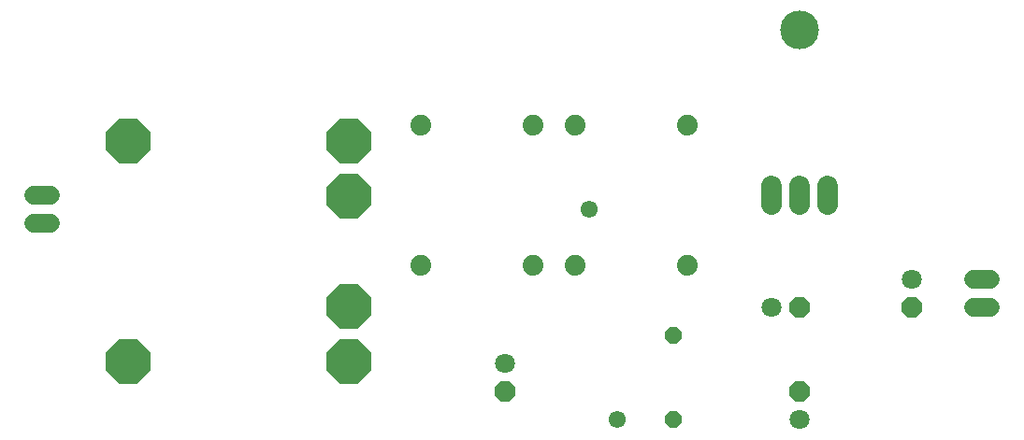
<source format=gbs>
G75*
%MOIN*%
%OFA0B0*%
%FSLAX25Y25*%
%IPPOS*%
%LPD*%
%AMOC8*
5,1,8,0,0,1.08239X$1,22.5*
%
%ADD10C,0.07400*%
%ADD11OC8,0.07100*%
%ADD12C,0.07100*%
%ADD13C,0.07400*%
%ADD14C,0.13800*%
%ADD15C,0.06800*%
%ADD16OC8,0.06000*%
%ADD17OC8,0.15800*%
%ADD18C,0.06115*%
D10*
X0156000Y0181000D03*
X0196000Y0181000D03*
X0211000Y0181000D03*
X0251000Y0181000D03*
X0251000Y0231000D03*
X0211000Y0231000D03*
X0196000Y0231000D03*
X0156000Y0231000D03*
D11*
X0186000Y0136000D03*
X0291000Y0136000D03*
X0291000Y0166000D03*
X0331000Y0166000D03*
D12*
X0331000Y0176000D03*
X0281000Y0166000D03*
X0291000Y0126000D03*
X0186000Y0146000D03*
D13*
X0281000Y0202700D02*
X0281000Y0209300D01*
X0291000Y0209300D02*
X0291000Y0202700D01*
X0301000Y0202700D02*
X0301000Y0209300D01*
D14*
X0291000Y0265000D03*
D15*
X0353000Y0176000D02*
X0359000Y0176000D01*
X0359000Y0166000D02*
X0353000Y0166000D01*
X0024000Y0196000D02*
X0018000Y0196000D01*
X0018000Y0206000D02*
X0024000Y0206000D01*
D16*
X0246000Y0156000D03*
X0246000Y0126000D03*
D17*
X0051600Y0146600D03*
X0130400Y0146600D03*
X0130400Y0166300D03*
X0130400Y0205700D03*
X0130400Y0225400D03*
X0051600Y0225400D03*
D18*
X0216000Y0201000D03*
X0226000Y0126000D03*
M02*

</source>
